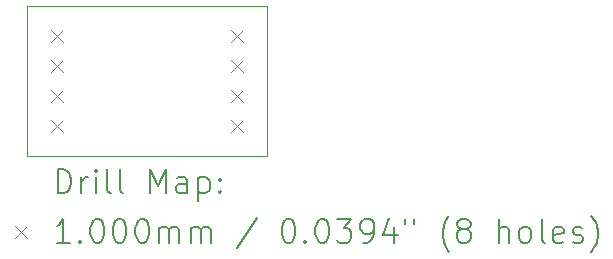
<source format=gbr>
%TF.GenerationSoftware,KiCad,Pcbnew,8.0.5*%
%TF.CreationDate,2025-10-26T06:58:06+01:00*%
%TF.ProjectId,sop8,736f7038-2e6b-4696-9361-645f70636258,rev?*%
%TF.SameCoordinates,Original*%
%TF.FileFunction,Drillmap*%
%TF.FilePolarity,Positive*%
%FSLAX45Y45*%
G04 Gerber Fmt 4.5, Leading zero omitted, Abs format (unit mm)*
G04 Created by KiCad (PCBNEW 8.0.5) date 2025-10-26 06:58:06*
%MOMM*%
%LPD*%
G01*
G04 APERTURE LIST*
%ADD10C,0.050000*%
%ADD11C,0.200000*%
%ADD12C,0.100000*%
G04 APERTURE END LIST*
D10*
X14224000Y-9144000D02*
X16256000Y-9144000D01*
X16256000Y-10414000D01*
X14224000Y-10414000D01*
X14224000Y-9144000D01*
D11*
D12*
X14428000Y-9348000D02*
X14528000Y-9448000D01*
X14528000Y-9348000D02*
X14428000Y-9448000D01*
X14428000Y-9602000D02*
X14528000Y-9702000D01*
X14528000Y-9602000D02*
X14428000Y-9702000D01*
X14428000Y-9856000D02*
X14528000Y-9956000D01*
X14528000Y-9856000D02*
X14428000Y-9956000D01*
X14428000Y-10110000D02*
X14528000Y-10210000D01*
X14528000Y-10110000D02*
X14428000Y-10210000D01*
X15952000Y-9348000D02*
X16052000Y-9448000D01*
X16052000Y-9348000D02*
X15952000Y-9448000D01*
X15952000Y-9602000D02*
X16052000Y-9702000D01*
X16052000Y-9602000D02*
X15952000Y-9702000D01*
X15952000Y-9856000D02*
X16052000Y-9956000D01*
X16052000Y-9856000D02*
X15952000Y-9956000D01*
X15952000Y-10110000D02*
X16052000Y-10210000D01*
X16052000Y-10110000D02*
X15952000Y-10210000D01*
D11*
X14482277Y-10727984D02*
X14482277Y-10527984D01*
X14482277Y-10527984D02*
X14529896Y-10527984D01*
X14529896Y-10527984D02*
X14558467Y-10537508D01*
X14558467Y-10537508D02*
X14577515Y-10556555D01*
X14577515Y-10556555D02*
X14587039Y-10575603D01*
X14587039Y-10575603D02*
X14596562Y-10613698D01*
X14596562Y-10613698D02*
X14596562Y-10642270D01*
X14596562Y-10642270D02*
X14587039Y-10680365D01*
X14587039Y-10680365D02*
X14577515Y-10699412D01*
X14577515Y-10699412D02*
X14558467Y-10718460D01*
X14558467Y-10718460D02*
X14529896Y-10727984D01*
X14529896Y-10727984D02*
X14482277Y-10727984D01*
X14682277Y-10727984D02*
X14682277Y-10594650D01*
X14682277Y-10632746D02*
X14691801Y-10613698D01*
X14691801Y-10613698D02*
X14701324Y-10604174D01*
X14701324Y-10604174D02*
X14720372Y-10594650D01*
X14720372Y-10594650D02*
X14739420Y-10594650D01*
X14806086Y-10727984D02*
X14806086Y-10594650D01*
X14806086Y-10527984D02*
X14796562Y-10537508D01*
X14796562Y-10537508D02*
X14806086Y-10547031D01*
X14806086Y-10547031D02*
X14815610Y-10537508D01*
X14815610Y-10537508D02*
X14806086Y-10527984D01*
X14806086Y-10527984D02*
X14806086Y-10547031D01*
X14929896Y-10727984D02*
X14910848Y-10718460D01*
X14910848Y-10718460D02*
X14901324Y-10699412D01*
X14901324Y-10699412D02*
X14901324Y-10527984D01*
X15034658Y-10727984D02*
X15015610Y-10718460D01*
X15015610Y-10718460D02*
X15006086Y-10699412D01*
X15006086Y-10699412D02*
X15006086Y-10527984D01*
X15263229Y-10727984D02*
X15263229Y-10527984D01*
X15263229Y-10527984D02*
X15329896Y-10670841D01*
X15329896Y-10670841D02*
X15396562Y-10527984D01*
X15396562Y-10527984D02*
X15396562Y-10727984D01*
X15577515Y-10727984D02*
X15577515Y-10623222D01*
X15577515Y-10623222D02*
X15567991Y-10604174D01*
X15567991Y-10604174D02*
X15548943Y-10594650D01*
X15548943Y-10594650D02*
X15510848Y-10594650D01*
X15510848Y-10594650D02*
X15491801Y-10604174D01*
X15577515Y-10718460D02*
X15558467Y-10727984D01*
X15558467Y-10727984D02*
X15510848Y-10727984D01*
X15510848Y-10727984D02*
X15491801Y-10718460D01*
X15491801Y-10718460D02*
X15482277Y-10699412D01*
X15482277Y-10699412D02*
X15482277Y-10680365D01*
X15482277Y-10680365D02*
X15491801Y-10661317D01*
X15491801Y-10661317D02*
X15510848Y-10651793D01*
X15510848Y-10651793D02*
X15558467Y-10651793D01*
X15558467Y-10651793D02*
X15577515Y-10642270D01*
X15672753Y-10594650D02*
X15672753Y-10794650D01*
X15672753Y-10604174D02*
X15691801Y-10594650D01*
X15691801Y-10594650D02*
X15729896Y-10594650D01*
X15729896Y-10594650D02*
X15748943Y-10604174D01*
X15748943Y-10604174D02*
X15758467Y-10613698D01*
X15758467Y-10613698D02*
X15767991Y-10632746D01*
X15767991Y-10632746D02*
X15767991Y-10689889D01*
X15767991Y-10689889D02*
X15758467Y-10708936D01*
X15758467Y-10708936D02*
X15748943Y-10718460D01*
X15748943Y-10718460D02*
X15729896Y-10727984D01*
X15729896Y-10727984D02*
X15691801Y-10727984D01*
X15691801Y-10727984D02*
X15672753Y-10718460D01*
X15853705Y-10708936D02*
X15863229Y-10718460D01*
X15863229Y-10718460D02*
X15853705Y-10727984D01*
X15853705Y-10727984D02*
X15844182Y-10718460D01*
X15844182Y-10718460D02*
X15853705Y-10708936D01*
X15853705Y-10708936D02*
X15853705Y-10727984D01*
X15853705Y-10604174D02*
X15863229Y-10613698D01*
X15863229Y-10613698D02*
X15853705Y-10623222D01*
X15853705Y-10623222D02*
X15844182Y-10613698D01*
X15844182Y-10613698D02*
X15853705Y-10604174D01*
X15853705Y-10604174D02*
X15853705Y-10623222D01*
D12*
X14121500Y-11006500D02*
X14221500Y-11106500D01*
X14221500Y-11006500D02*
X14121500Y-11106500D01*
D11*
X14587039Y-11147984D02*
X14472753Y-11147984D01*
X14529896Y-11147984D02*
X14529896Y-10947984D01*
X14529896Y-10947984D02*
X14510848Y-10976555D01*
X14510848Y-10976555D02*
X14491801Y-10995603D01*
X14491801Y-10995603D02*
X14472753Y-11005127D01*
X14672753Y-11128936D02*
X14682277Y-11138460D01*
X14682277Y-11138460D02*
X14672753Y-11147984D01*
X14672753Y-11147984D02*
X14663229Y-11138460D01*
X14663229Y-11138460D02*
X14672753Y-11128936D01*
X14672753Y-11128936D02*
X14672753Y-11147984D01*
X14806086Y-10947984D02*
X14825134Y-10947984D01*
X14825134Y-10947984D02*
X14844182Y-10957508D01*
X14844182Y-10957508D02*
X14853705Y-10967031D01*
X14853705Y-10967031D02*
X14863229Y-10986079D01*
X14863229Y-10986079D02*
X14872753Y-11024174D01*
X14872753Y-11024174D02*
X14872753Y-11071793D01*
X14872753Y-11071793D02*
X14863229Y-11109889D01*
X14863229Y-11109889D02*
X14853705Y-11128936D01*
X14853705Y-11128936D02*
X14844182Y-11138460D01*
X14844182Y-11138460D02*
X14825134Y-11147984D01*
X14825134Y-11147984D02*
X14806086Y-11147984D01*
X14806086Y-11147984D02*
X14787039Y-11138460D01*
X14787039Y-11138460D02*
X14777515Y-11128936D01*
X14777515Y-11128936D02*
X14767991Y-11109889D01*
X14767991Y-11109889D02*
X14758467Y-11071793D01*
X14758467Y-11071793D02*
X14758467Y-11024174D01*
X14758467Y-11024174D02*
X14767991Y-10986079D01*
X14767991Y-10986079D02*
X14777515Y-10967031D01*
X14777515Y-10967031D02*
X14787039Y-10957508D01*
X14787039Y-10957508D02*
X14806086Y-10947984D01*
X14996562Y-10947984D02*
X15015610Y-10947984D01*
X15015610Y-10947984D02*
X15034658Y-10957508D01*
X15034658Y-10957508D02*
X15044182Y-10967031D01*
X15044182Y-10967031D02*
X15053705Y-10986079D01*
X15053705Y-10986079D02*
X15063229Y-11024174D01*
X15063229Y-11024174D02*
X15063229Y-11071793D01*
X15063229Y-11071793D02*
X15053705Y-11109889D01*
X15053705Y-11109889D02*
X15044182Y-11128936D01*
X15044182Y-11128936D02*
X15034658Y-11138460D01*
X15034658Y-11138460D02*
X15015610Y-11147984D01*
X15015610Y-11147984D02*
X14996562Y-11147984D01*
X14996562Y-11147984D02*
X14977515Y-11138460D01*
X14977515Y-11138460D02*
X14967991Y-11128936D01*
X14967991Y-11128936D02*
X14958467Y-11109889D01*
X14958467Y-11109889D02*
X14948943Y-11071793D01*
X14948943Y-11071793D02*
X14948943Y-11024174D01*
X14948943Y-11024174D02*
X14958467Y-10986079D01*
X14958467Y-10986079D02*
X14967991Y-10967031D01*
X14967991Y-10967031D02*
X14977515Y-10957508D01*
X14977515Y-10957508D02*
X14996562Y-10947984D01*
X15187039Y-10947984D02*
X15206086Y-10947984D01*
X15206086Y-10947984D02*
X15225134Y-10957508D01*
X15225134Y-10957508D02*
X15234658Y-10967031D01*
X15234658Y-10967031D02*
X15244182Y-10986079D01*
X15244182Y-10986079D02*
X15253705Y-11024174D01*
X15253705Y-11024174D02*
X15253705Y-11071793D01*
X15253705Y-11071793D02*
X15244182Y-11109889D01*
X15244182Y-11109889D02*
X15234658Y-11128936D01*
X15234658Y-11128936D02*
X15225134Y-11138460D01*
X15225134Y-11138460D02*
X15206086Y-11147984D01*
X15206086Y-11147984D02*
X15187039Y-11147984D01*
X15187039Y-11147984D02*
X15167991Y-11138460D01*
X15167991Y-11138460D02*
X15158467Y-11128936D01*
X15158467Y-11128936D02*
X15148943Y-11109889D01*
X15148943Y-11109889D02*
X15139420Y-11071793D01*
X15139420Y-11071793D02*
X15139420Y-11024174D01*
X15139420Y-11024174D02*
X15148943Y-10986079D01*
X15148943Y-10986079D02*
X15158467Y-10967031D01*
X15158467Y-10967031D02*
X15167991Y-10957508D01*
X15167991Y-10957508D02*
X15187039Y-10947984D01*
X15339420Y-11147984D02*
X15339420Y-11014650D01*
X15339420Y-11033698D02*
X15348943Y-11024174D01*
X15348943Y-11024174D02*
X15367991Y-11014650D01*
X15367991Y-11014650D02*
X15396563Y-11014650D01*
X15396563Y-11014650D02*
X15415610Y-11024174D01*
X15415610Y-11024174D02*
X15425134Y-11043222D01*
X15425134Y-11043222D02*
X15425134Y-11147984D01*
X15425134Y-11043222D02*
X15434658Y-11024174D01*
X15434658Y-11024174D02*
X15453705Y-11014650D01*
X15453705Y-11014650D02*
X15482277Y-11014650D01*
X15482277Y-11014650D02*
X15501324Y-11024174D01*
X15501324Y-11024174D02*
X15510848Y-11043222D01*
X15510848Y-11043222D02*
X15510848Y-11147984D01*
X15606086Y-11147984D02*
X15606086Y-11014650D01*
X15606086Y-11033698D02*
X15615610Y-11024174D01*
X15615610Y-11024174D02*
X15634658Y-11014650D01*
X15634658Y-11014650D02*
X15663229Y-11014650D01*
X15663229Y-11014650D02*
X15682277Y-11024174D01*
X15682277Y-11024174D02*
X15691801Y-11043222D01*
X15691801Y-11043222D02*
X15691801Y-11147984D01*
X15691801Y-11043222D02*
X15701324Y-11024174D01*
X15701324Y-11024174D02*
X15720372Y-11014650D01*
X15720372Y-11014650D02*
X15748943Y-11014650D01*
X15748943Y-11014650D02*
X15767991Y-11024174D01*
X15767991Y-11024174D02*
X15777515Y-11043222D01*
X15777515Y-11043222D02*
X15777515Y-11147984D01*
X16167991Y-10938460D02*
X15996563Y-11195603D01*
X16425134Y-10947984D02*
X16444182Y-10947984D01*
X16444182Y-10947984D02*
X16463229Y-10957508D01*
X16463229Y-10957508D02*
X16472753Y-10967031D01*
X16472753Y-10967031D02*
X16482277Y-10986079D01*
X16482277Y-10986079D02*
X16491801Y-11024174D01*
X16491801Y-11024174D02*
X16491801Y-11071793D01*
X16491801Y-11071793D02*
X16482277Y-11109889D01*
X16482277Y-11109889D02*
X16472753Y-11128936D01*
X16472753Y-11128936D02*
X16463229Y-11138460D01*
X16463229Y-11138460D02*
X16444182Y-11147984D01*
X16444182Y-11147984D02*
X16425134Y-11147984D01*
X16425134Y-11147984D02*
X16406086Y-11138460D01*
X16406086Y-11138460D02*
X16396563Y-11128936D01*
X16396563Y-11128936D02*
X16387039Y-11109889D01*
X16387039Y-11109889D02*
X16377515Y-11071793D01*
X16377515Y-11071793D02*
X16377515Y-11024174D01*
X16377515Y-11024174D02*
X16387039Y-10986079D01*
X16387039Y-10986079D02*
X16396563Y-10967031D01*
X16396563Y-10967031D02*
X16406086Y-10957508D01*
X16406086Y-10957508D02*
X16425134Y-10947984D01*
X16577515Y-11128936D02*
X16587039Y-11138460D01*
X16587039Y-11138460D02*
X16577515Y-11147984D01*
X16577515Y-11147984D02*
X16567991Y-11138460D01*
X16567991Y-11138460D02*
X16577515Y-11128936D01*
X16577515Y-11128936D02*
X16577515Y-11147984D01*
X16710848Y-10947984D02*
X16729896Y-10947984D01*
X16729896Y-10947984D02*
X16748944Y-10957508D01*
X16748944Y-10957508D02*
X16758467Y-10967031D01*
X16758467Y-10967031D02*
X16767991Y-10986079D01*
X16767991Y-10986079D02*
X16777515Y-11024174D01*
X16777515Y-11024174D02*
X16777515Y-11071793D01*
X16777515Y-11071793D02*
X16767991Y-11109889D01*
X16767991Y-11109889D02*
X16758467Y-11128936D01*
X16758467Y-11128936D02*
X16748944Y-11138460D01*
X16748944Y-11138460D02*
X16729896Y-11147984D01*
X16729896Y-11147984D02*
X16710848Y-11147984D01*
X16710848Y-11147984D02*
X16691801Y-11138460D01*
X16691801Y-11138460D02*
X16682277Y-11128936D01*
X16682277Y-11128936D02*
X16672753Y-11109889D01*
X16672753Y-11109889D02*
X16663229Y-11071793D01*
X16663229Y-11071793D02*
X16663229Y-11024174D01*
X16663229Y-11024174D02*
X16672753Y-10986079D01*
X16672753Y-10986079D02*
X16682277Y-10967031D01*
X16682277Y-10967031D02*
X16691801Y-10957508D01*
X16691801Y-10957508D02*
X16710848Y-10947984D01*
X16844182Y-10947984D02*
X16967991Y-10947984D01*
X16967991Y-10947984D02*
X16901325Y-11024174D01*
X16901325Y-11024174D02*
X16929896Y-11024174D01*
X16929896Y-11024174D02*
X16948944Y-11033698D01*
X16948944Y-11033698D02*
X16958468Y-11043222D01*
X16958468Y-11043222D02*
X16967991Y-11062270D01*
X16967991Y-11062270D02*
X16967991Y-11109889D01*
X16967991Y-11109889D02*
X16958468Y-11128936D01*
X16958468Y-11128936D02*
X16948944Y-11138460D01*
X16948944Y-11138460D02*
X16929896Y-11147984D01*
X16929896Y-11147984D02*
X16872753Y-11147984D01*
X16872753Y-11147984D02*
X16853706Y-11138460D01*
X16853706Y-11138460D02*
X16844182Y-11128936D01*
X17063229Y-11147984D02*
X17101325Y-11147984D01*
X17101325Y-11147984D02*
X17120372Y-11138460D01*
X17120372Y-11138460D02*
X17129896Y-11128936D01*
X17129896Y-11128936D02*
X17148944Y-11100365D01*
X17148944Y-11100365D02*
X17158468Y-11062270D01*
X17158468Y-11062270D02*
X17158468Y-10986079D01*
X17158468Y-10986079D02*
X17148944Y-10967031D01*
X17148944Y-10967031D02*
X17139420Y-10957508D01*
X17139420Y-10957508D02*
X17120372Y-10947984D01*
X17120372Y-10947984D02*
X17082277Y-10947984D01*
X17082277Y-10947984D02*
X17063229Y-10957508D01*
X17063229Y-10957508D02*
X17053706Y-10967031D01*
X17053706Y-10967031D02*
X17044182Y-10986079D01*
X17044182Y-10986079D02*
X17044182Y-11033698D01*
X17044182Y-11033698D02*
X17053706Y-11052746D01*
X17053706Y-11052746D02*
X17063229Y-11062270D01*
X17063229Y-11062270D02*
X17082277Y-11071793D01*
X17082277Y-11071793D02*
X17120372Y-11071793D01*
X17120372Y-11071793D02*
X17139420Y-11062270D01*
X17139420Y-11062270D02*
X17148944Y-11052746D01*
X17148944Y-11052746D02*
X17158468Y-11033698D01*
X17329896Y-11014650D02*
X17329896Y-11147984D01*
X17282277Y-10938460D02*
X17234658Y-11081317D01*
X17234658Y-11081317D02*
X17358468Y-11081317D01*
X17425134Y-10947984D02*
X17425134Y-10986079D01*
X17501325Y-10947984D02*
X17501325Y-10986079D01*
X17796563Y-11224174D02*
X17787039Y-11214650D01*
X17787039Y-11214650D02*
X17767991Y-11186079D01*
X17767991Y-11186079D02*
X17758468Y-11167031D01*
X17758468Y-11167031D02*
X17748944Y-11138460D01*
X17748944Y-11138460D02*
X17739420Y-11090841D01*
X17739420Y-11090841D02*
X17739420Y-11052746D01*
X17739420Y-11052746D02*
X17748944Y-11005127D01*
X17748944Y-11005127D02*
X17758468Y-10976555D01*
X17758468Y-10976555D02*
X17767991Y-10957508D01*
X17767991Y-10957508D02*
X17787039Y-10928936D01*
X17787039Y-10928936D02*
X17796563Y-10919412D01*
X17901325Y-11033698D02*
X17882277Y-11024174D01*
X17882277Y-11024174D02*
X17872753Y-11014650D01*
X17872753Y-11014650D02*
X17863230Y-10995603D01*
X17863230Y-10995603D02*
X17863230Y-10986079D01*
X17863230Y-10986079D02*
X17872753Y-10967031D01*
X17872753Y-10967031D02*
X17882277Y-10957508D01*
X17882277Y-10957508D02*
X17901325Y-10947984D01*
X17901325Y-10947984D02*
X17939420Y-10947984D01*
X17939420Y-10947984D02*
X17958468Y-10957508D01*
X17958468Y-10957508D02*
X17967991Y-10967031D01*
X17967991Y-10967031D02*
X17977515Y-10986079D01*
X17977515Y-10986079D02*
X17977515Y-10995603D01*
X17977515Y-10995603D02*
X17967991Y-11014650D01*
X17967991Y-11014650D02*
X17958468Y-11024174D01*
X17958468Y-11024174D02*
X17939420Y-11033698D01*
X17939420Y-11033698D02*
X17901325Y-11033698D01*
X17901325Y-11033698D02*
X17882277Y-11043222D01*
X17882277Y-11043222D02*
X17872753Y-11052746D01*
X17872753Y-11052746D02*
X17863230Y-11071793D01*
X17863230Y-11071793D02*
X17863230Y-11109889D01*
X17863230Y-11109889D02*
X17872753Y-11128936D01*
X17872753Y-11128936D02*
X17882277Y-11138460D01*
X17882277Y-11138460D02*
X17901325Y-11147984D01*
X17901325Y-11147984D02*
X17939420Y-11147984D01*
X17939420Y-11147984D02*
X17958468Y-11138460D01*
X17958468Y-11138460D02*
X17967991Y-11128936D01*
X17967991Y-11128936D02*
X17977515Y-11109889D01*
X17977515Y-11109889D02*
X17977515Y-11071793D01*
X17977515Y-11071793D02*
X17967991Y-11052746D01*
X17967991Y-11052746D02*
X17958468Y-11043222D01*
X17958468Y-11043222D02*
X17939420Y-11033698D01*
X18215611Y-11147984D02*
X18215611Y-10947984D01*
X18301325Y-11147984D02*
X18301325Y-11043222D01*
X18301325Y-11043222D02*
X18291801Y-11024174D01*
X18291801Y-11024174D02*
X18272753Y-11014650D01*
X18272753Y-11014650D02*
X18244182Y-11014650D01*
X18244182Y-11014650D02*
X18225134Y-11024174D01*
X18225134Y-11024174D02*
X18215611Y-11033698D01*
X18425134Y-11147984D02*
X18406087Y-11138460D01*
X18406087Y-11138460D02*
X18396563Y-11128936D01*
X18396563Y-11128936D02*
X18387039Y-11109889D01*
X18387039Y-11109889D02*
X18387039Y-11052746D01*
X18387039Y-11052746D02*
X18396563Y-11033698D01*
X18396563Y-11033698D02*
X18406087Y-11024174D01*
X18406087Y-11024174D02*
X18425134Y-11014650D01*
X18425134Y-11014650D02*
X18453706Y-11014650D01*
X18453706Y-11014650D02*
X18472753Y-11024174D01*
X18472753Y-11024174D02*
X18482277Y-11033698D01*
X18482277Y-11033698D02*
X18491801Y-11052746D01*
X18491801Y-11052746D02*
X18491801Y-11109889D01*
X18491801Y-11109889D02*
X18482277Y-11128936D01*
X18482277Y-11128936D02*
X18472753Y-11138460D01*
X18472753Y-11138460D02*
X18453706Y-11147984D01*
X18453706Y-11147984D02*
X18425134Y-11147984D01*
X18606087Y-11147984D02*
X18587039Y-11138460D01*
X18587039Y-11138460D02*
X18577515Y-11119412D01*
X18577515Y-11119412D02*
X18577515Y-10947984D01*
X18758468Y-11138460D02*
X18739420Y-11147984D01*
X18739420Y-11147984D02*
X18701325Y-11147984D01*
X18701325Y-11147984D02*
X18682277Y-11138460D01*
X18682277Y-11138460D02*
X18672753Y-11119412D01*
X18672753Y-11119412D02*
X18672753Y-11043222D01*
X18672753Y-11043222D02*
X18682277Y-11024174D01*
X18682277Y-11024174D02*
X18701325Y-11014650D01*
X18701325Y-11014650D02*
X18739420Y-11014650D01*
X18739420Y-11014650D02*
X18758468Y-11024174D01*
X18758468Y-11024174D02*
X18767992Y-11043222D01*
X18767992Y-11043222D02*
X18767992Y-11062270D01*
X18767992Y-11062270D02*
X18672753Y-11081317D01*
X18844182Y-11138460D02*
X18863230Y-11147984D01*
X18863230Y-11147984D02*
X18901325Y-11147984D01*
X18901325Y-11147984D02*
X18920373Y-11138460D01*
X18920373Y-11138460D02*
X18929896Y-11119412D01*
X18929896Y-11119412D02*
X18929896Y-11109889D01*
X18929896Y-11109889D02*
X18920373Y-11090841D01*
X18920373Y-11090841D02*
X18901325Y-11081317D01*
X18901325Y-11081317D02*
X18872753Y-11081317D01*
X18872753Y-11081317D02*
X18853706Y-11071793D01*
X18853706Y-11071793D02*
X18844182Y-11052746D01*
X18844182Y-11052746D02*
X18844182Y-11043222D01*
X18844182Y-11043222D02*
X18853706Y-11024174D01*
X18853706Y-11024174D02*
X18872753Y-11014650D01*
X18872753Y-11014650D02*
X18901325Y-11014650D01*
X18901325Y-11014650D02*
X18920373Y-11024174D01*
X18996563Y-11224174D02*
X19006087Y-11214650D01*
X19006087Y-11214650D02*
X19025134Y-11186079D01*
X19025134Y-11186079D02*
X19034658Y-11167031D01*
X19034658Y-11167031D02*
X19044182Y-11138460D01*
X19044182Y-11138460D02*
X19053706Y-11090841D01*
X19053706Y-11090841D02*
X19053706Y-11052746D01*
X19053706Y-11052746D02*
X19044182Y-11005127D01*
X19044182Y-11005127D02*
X19034658Y-10976555D01*
X19034658Y-10976555D02*
X19025134Y-10957508D01*
X19025134Y-10957508D02*
X19006087Y-10928936D01*
X19006087Y-10928936D02*
X18996563Y-10919412D01*
M02*

</source>
